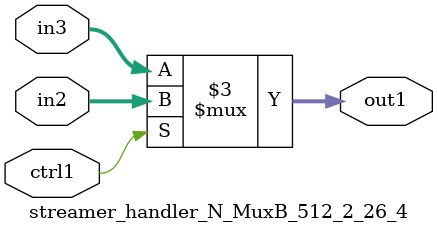
<source format=v>

`timescale 1ps / 1ps


module streamer_handler_N_MuxB_512_2_26_4( in3, in2, ctrl1, out1 );

    input [511:0] in3;
    input [511:0] in2;
    input ctrl1;
    output [511:0] out1;
    reg [511:0] out1;

    
    // rtl_process:streamer_handler_N_MuxB_512_2_26_4/streamer_handler_N_MuxB_512_2_26_4_thread_1
    always @*
      begin : streamer_handler_N_MuxB_512_2_26_4_thread_1
        case (ctrl1) 
          1'b1: 
            begin
              out1 = in2;
            end
          default: 
            begin
              out1 = in3;
            end
        endcase
      end

endmodule



</source>
